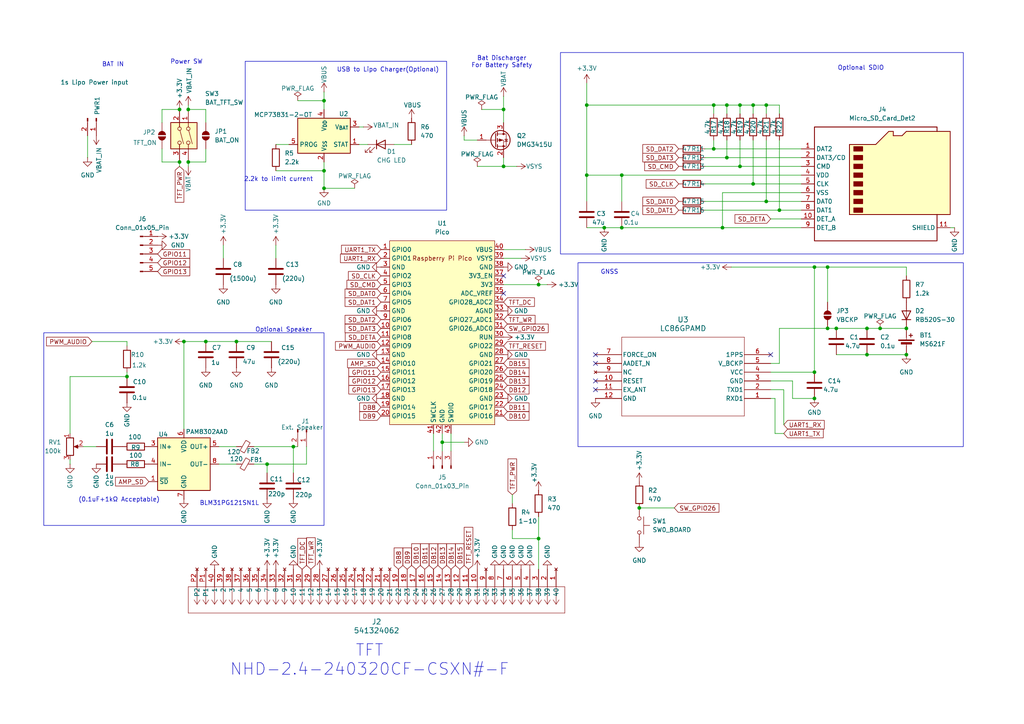
<source format=kicad_sch>
(kicad_sch (version 20231120) (generator "eeschema") (generator_version "8.0")
  (paper "A4")
  (title_block (title "Outdoor TFT kit") (date "2025-04-13") (rev "5.0") (comment 1 "Optional GPS, SD, Speaker, Lipo Charger") (comment 2 "Good for outdoor use with high brightness (800 nito)") (comment 3 "Newhaven NHD-2.4-240320CF-CSXN module.") (comment 4 "PONS for HPA v5 compatible"))
  (junction (at 146.05 31.75))
  (junction (at 185.42 147.32))
  (junction (at 218.44 30.48))
  (junction (at 59.69 99.06))
  (junction (at 262.89 95.25))
  (junction (at 236.22 115.57))
  (junction (at 207.01 30.48))
  (junction (at 54.61 31.75))
  (junction (at 93.98 49.53))
  (junction (at 170.18 30.48))
  (junction (at 54.61 46.99))
  (junction (at 53.34 99.06))
  (junction (at 93.98 54.61))
  (junction (at 85.09 129.54))
  (junction (at 251.46 95.25))
  (junction (at 36.83 109.22))
  (junction (at 93.98 29.21))
  (junction (at 77.47 134.62))
  (junction (at 52.07 31.75))
  (junction (at 146.05 48.26))
  (junction (at 175.26 66.04))
  (junction (at 128.27 128.27))
  (junction (at 251.46 102.87))
  (junction (at 210.82 30.48))
  (junction (at 68.58 99.06))
  (junction (at 222.25 58.42))
  (junction (at 218.44 53.34))
  (junction (at 222.25 30.48))
  (junction (at 255.27 95.25))
  (junction (at 209.55 66.04))
  (junction (at 242.57 95.25))
  (junction (at 52.07 46.99))
  (junction (at 226.06 60.96))
  (junction (at 240.03 95.25))
  (junction (at 156.21 82.55))
  (junction (at 240.03 77.47))
  (junction (at 207.01 43.18))
  (junction (at 180.34 66.04))
  (junction (at 156.21 156.21))
  (junction (at 180.34 50.8))
  (junction (at 170.18 50.8))
  (junction (at 214.63 30.48))
  (junction (at 214.63 48.26))
  (junction (at 262.89 102.87))
  (junction (at 236.22 107.95))
  (junction (at 236.22 77.47))
  (junction (at 210.82 45.72))
  (no_connect (at 172.72 113.03))
  (no_connect (at 146.05 80.01))
  (no_connect (at 172.72 105.41))
  (no_connect (at 223.52 102.87))
  (no_connect (at 172.72 102.87))
  (no_connect (at 146.05 85.09))
  (no_connect (at 172.72 110.49))
  (wire (pts (xy 52.07 31.75) (xy 46.99 31.75)))
  (wire (pts (xy 222.25 40.64) (xy 222.25 58.42)))
  (wire (pts (xy 104.14 36.83) (xy 105.41 36.83)))
  (wire (pts (xy 229.87 110.49) (xy 229.87 115.57)))
  (wire (pts (xy 226.06 60.96) (xy 232.41 60.96)))
  (wire (pts (xy 59.69 35.56) (xy 59.69 31.75)))
  (wire (pts (xy 240.03 77.47) (xy 262.89 77.47)))
  (wire (pts (xy 229.87 115.57) (xy 236.22 115.57)))
  (wire (pts (xy 128.27 125.73) (xy 128.27 128.27)))
  (wire (pts (xy 204.47 58.42) (xy 222.25 58.42)))
  (wire (pts (xy 63.5 134.62) (xy 68.58 134.62)))
  (wire (pts (xy 59.69 99.06) (xy 68.58 99.06)))
  (wire (pts (xy 227.33 113.03) (xy 227.33 123.19)))
  (wire (pts (xy 175.26 66.04) (xy 180.34 66.04)))
  (wire (pts (xy 54.61 46.99) (xy 54.61 48.26)))
  (wire (pts (xy 146.05 48.26) (xy 149.86 48.26)))
  (wire (pts (xy 180.34 66.04) (xy 209.55 66.04)))
  (wire (pts (xy 36.83 107.95) (xy 36.83 109.22)))
  (wire (pts (xy 125.73 125.73) (xy 125.73 130.81)))
  (wire (pts (xy 73.66 129.54) (xy 85.09 129.54)))
  (wire (pts (xy 77.47 134.62) (xy 77.47 137.16)))
  (wire (pts (xy 170.18 30.48) (xy 207.01 30.48)))
  (wire (pts (xy 139.7 31.75) (xy 146.05 31.75)))
  (wire (pts (xy 156.21 149.86) (xy 156.21 156.21)))
  (wire (pts (xy 218.44 30.48) (xy 222.25 30.48)))
  (wire (pts (xy 242.57 102.87) (xy 251.46 102.87)))
  (wire (pts (xy 240.03 77.47) (xy 240.03 87.63)))
  (wire (pts (xy 77.47 134.62) (xy 88.9 134.62)))
  (wire (pts (xy 240.03 95.25) (xy 242.57 95.25)))
  (wire (pts (xy 226.06 40.64) (xy 226.06 60.96)))
  (wire (pts (xy 180.34 50.8) (xy 180.34 58.42)))
  (wire (pts (xy 251.46 102.87) (xy 262.89 102.87)))
  (wire (pts (xy 204.47 48.26) (xy 214.63 48.26)))
  (wire (pts (xy 223.52 113.03) (xy 227.33 113.03)))
  (wire (pts (xy 46.99 35.56) (xy 46.99 31.75)))
  (wire (pts (xy 210.82 30.48) (xy 214.63 30.48)))
  (wire (pts (xy 156.21 82.55) (xy 158.75 82.55)))
  (wire (pts (xy 93.98 26.67) (xy 93.98 29.21)))
  (wire (pts (xy 242.57 95.25) (xy 251.46 95.25)))
  (wire (pts (xy 73.66 134.62) (xy 77.47 134.62)))
  (wire (pts (xy 46.99 43.18) (xy 46.99 46.99)))
  (wire (pts (xy 222.25 30.48) (xy 226.06 30.48)))
  (wire (pts (xy 86.36 29.21) (xy 93.98 29.21)))
  (wire (pts (xy 104.14 41.91) (xy 106.68 41.91)))
  (wire (pts (xy 26.67 99.06) (xy 36.83 99.06)))
  (wire (pts (xy 226.06 95.25) (xy 226.06 105.41)))
  (wire (pts (xy 210.82 45.72) (xy 232.41 45.72)))
  (wire (pts (xy 59.69 43.18) (xy 59.69 46.99)))
  (wire (pts (xy 80.01 49.53) (xy 93.98 49.53)))
  (wire (pts (xy 128.27 128.27) (xy 128.27 130.81)))
  (wire (pts (xy 204.47 60.96) (xy 226.06 60.96)))
  (wire (pts (xy 236.22 77.47) (xy 240.03 77.47)))
  (wire (pts (xy 224.79 125.73) (xy 227.33 125.73)))
  (wire (pts (xy 218.44 53.34) (xy 232.41 53.34)))
  (wire (pts (xy 146.05 27.94) (xy 146.05 31.75)))
  (wire (pts (xy 224.79 115.57) (xy 224.79 125.73)))
  (wire (pts (xy 54.61 30.48) (xy 54.61 31.75)))
  (wire (pts (xy 236.22 77.47) (xy 236.22 107.95)))
  (wire (pts (xy 222.25 58.42) (xy 232.41 58.42)))
  (wire (pts (xy 210.82 40.64) (xy 210.82 45.72)))
  (wire (pts (xy 148.59 143.51) (xy 148.59 146.05)))
  (wire (pts (xy 146.05 31.75) (xy 146.05 35.56)))
  (wire (pts (xy 146.05 74.93) (xy 151.13 74.93)))
  (wire (pts (xy 251.46 95.25) (xy 255.27 95.25)))
  (wire (pts (xy 52.07 46.99) (xy 46.99 46.99)))
  (wire (pts (xy 54.61 46.99) (xy 59.69 46.99)))
  (wire (pts (xy 25.4 39.37) (xy 25.4 45.72)))
  (wire (pts (xy 204.47 45.72) (xy 210.82 45.72)))
  (wire (pts (xy 214.63 40.64) (xy 214.63 48.26)))
  (wire (pts (xy 93.98 49.53) (xy 93.98 54.61)))
  (wire (pts (xy 64.77 71.12) (xy 64.77 74.93)))
  (wire (pts (xy 275.59 66.04) (xy 276.86 66.04)))
  (wire (pts (xy 148.59 153.67) (xy 148.59 156.21)))
  (wire (pts (xy 210.82 30.48) (xy 210.82 33.02)))
  (wire (pts (xy 214.63 48.26) (xy 232.41 48.26)))
  (wire (pts (xy 226.06 105.41) (xy 223.52 105.41)))
  (wire (pts (xy 209.55 55.88) (xy 209.55 66.04)))
  (wire (pts (xy 170.18 66.04) (xy 175.26 66.04)))
  (wire (pts (xy 209.55 55.88) (xy 232.41 55.88)))
  (wire (pts (xy 134.62 40.64) (xy 138.43 40.64)))
  (wire (pts (xy 146.05 72.39) (xy 152.4 72.39)))
  (wire (pts (xy 93.98 49.53) (xy 93.98 46.99)))
  (wire (pts (xy 134.62 39.37) (xy 134.62 40.64)))
  (wire (pts (xy 214.63 30.48) (xy 214.63 33.02)))
  (wire (pts (xy 88.9 129.54) (xy 88.9 134.62)))
  (wire (pts (xy 170.18 50.8) (xy 170.18 58.42)))
  (wire (pts (xy 218.44 30.48) (xy 218.44 33.02)))
  (wire (pts (xy 223.52 107.95) (xy 236.22 107.95)))
  (wire (pts (xy 20.32 109.22) (xy 20.32 125.73)))
  (wire (pts (xy 180.34 50.8) (xy 232.41 50.8)))
  (wire (pts (xy 223.52 63.5) (xy 232.41 63.5)))
  (wire (pts (xy 223.52 110.49) (xy 229.87 110.49)))
  (wire (pts (xy 138.43 48.26) (xy 146.05 48.26)))
  (wire (pts (xy 207.01 43.18) (xy 232.41 43.18)))
  (wire (pts (xy 148.59 156.21) (xy 156.21 156.21)))
  (wire (pts (xy 53.34 99.06) (xy 59.69 99.06)))
  (wire (pts (xy 255.27 95.25) (xy 262.89 95.25)))
  (wire (pts (xy 223.52 115.57) (xy 224.79 115.57)))
  (wire (pts (xy 226.06 30.48) (xy 226.06 33.02)))
  (wire (pts (xy 146.05 82.55) (xy 156.21 82.55)))
  (wire (pts (xy 212.09 77.47) (xy 236.22 77.47)))
  (wire (pts (xy 85.09 129.54) (xy 86.36 129.54)))
  (wire (pts (xy 68.58 99.06) (xy 78.74 99.06)))
  (wire (pts (xy 36.83 99.06) (xy 36.83 100.33)))
  (wire (pts (xy 63.5 129.54) (xy 68.58 129.54)))
  (wire (pts (xy 93.98 54.61) (xy 102.87 54.61)))
  (wire (pts (xy 93.98 29.21) (xy 93.98 31.75)))
  (wire (pts (xy 218.44 40.64) (xy 218.44 53.34)))
  (wire (pts (xy 214.63 30.48) (xy 218.44 30.48)))
  (wire (pts (xy 170.18 50.8) (xy 180.34 50.8)))
  (wire (pts (xy 146.05 45.72) (xy 146.05 48.26)))
  (wire (pts (xy 262.89 80.01) (xy 262.89 77.47)))
  (wire (pts (xy 20.32 109.22) (xy 36.83 109.22)))
  (wire (pts (xy 24.13 129.54) (xy 27.94 129.54)))
  (wire (pts (xy 240.03 95.25) (xy 226.06 95.25)))
  (wire (pts (xy 209.55 66.04) (xy 232.41 66.04)))
  (wire (pts (xy 170.18 30.48) (xy 170.18 50.8)))
  (wire (pts (xy 85.09 129.54) (xy 85.09 137.16)))
  (wire (pts (xy 207.01 30.48) (xy 210.82 30.48)))
  (wire (pts (xy 53.34 99.06) (xy 53.34 124.46)))
  (wire (pts (xy 185.42 147.32) (xy 195.58 147.32)))
  (wire (pts (xy 52.07 46.99) (xy 52.07 48.26)))
  (wire (pts (xy 207.01 30.48) (xy 207.01 33.02)))
  (wire (pts (xy 156.21 156.21) (xy 156.21 165.1)))
  (wire (pts (xy 130.81 125.73) (xy 130.81 130.81)))
  (wire (pts (xy 20.32 133.35) (xy 20.32 134.62)))
  (wire (pts (xy 204.47 43.18) (xy 207.01 43.18)))
  (wire (pts (xy 204.47 53.34) (xy 218.44 53.34)))
  (wire (pts (xy 222.25 30.48) (xy 222.25 33.02)))
  (wire (pts (xy 80.01 71.12) (xy 80.01 74.93)))
  (wire (pts (xy 80.01 41.91) (xy 83.82 41.91)))
  (wire (pts (xy 128.27 128.27) (xy 134.62 128.27)))
  (wire (pts (xy 54.61 31.75) (xy 59.69 31.75)))
  (wire (pts (xy 207.01 40.64) (xy 207.01 43.18)))
  (wire (pts (xy 114.3 41.91) (xy 119.38 41.91)))
  (wire (pts (xy 170.18 24.13) (xy 170.18 30.48)))
  (rectangle (start 167.64 76.2) (end 279.4 129.54))
  (rectangle (start 71.12 17.78) (end 129.54 60.96))
  (rectangle (start 12.7 96.52) (end 93.98 152.4))
  (rectangle (start 162.56 15.24) (end 279.4 73.66))
  (text "Optional SDIO" (at 249.682 19.812 0) (effects (font (size 1.27 1.27))))
  (text "GNSS" (at 176.784 78.994 0) (effects (font (size 1.27 1.27))))
  (text "USB to Lipo Charger(Optional)" (at 112.522 20.32 0) (effects (font (size 1.27 1.27))))
  (text "Bat Discharger\nFor Battery Safety" (at 145.542 18.034 0) (effects (font (size 1.27 1.27))))
  (text "BAT IN" (at 32.766 18.796 0) (effects (font (size 1.27 1.27))))
  (text "Optional Speaker" (at 82.296 95.758 0) (effects (font (size 1.27 1.27))))
  (text "BLM31PG121SN1L\n" (at 66.548 146.05 0) (effects (font (size 1.27 1.27))))
  (text "Power SW" (at 54.102 18.034 0) (effects (font (size 1.27 1.27))))
  (text "(0.1uF+1kΩ Acceptable)" (at 34.544 145.034 0) (effects (font (size 1.27 1.27))))
  (text "TFT\nNHD-2.4-240320CF-CSXN#-F" (at 107.188 191.516 0) (effects (font (size 3.4 3.4))))
  (text "2.2k to limit current\n" (at 80.772 52.07 0) (effects (font (size 1.27 1.27))))
  (global_label "DB11" (shape input) (at 146.05 118.11 0) (property "Intersheetrefs" "${INTERSHEET_REFS}" (effects (hide yes))))
  (global_label "DB8" (shape input) (at 110.49 118.11 180) (property "Intersheetrefs" "${INTERSHEET_REFS}" (effects (hide yes))))
  (global_label "TFT_WR" (shape input) (at 90.17 165.1 90) (property "Intersheetrefs" "${INTERSHEET_REFS}" (effects (hide yes))))
  (global_label "SD_DAT2" (shape input) (at 196.85 43.18 180) (property "Intersheetrefs" "${INTERSHEET_REFS}" (effects (hide yes))))
  (global_label "DB12" (shape input) (at 146.05 113.03 0) (property "Intersheetrefs" "${INTERSHEET_REFS}" (effects (hide yes))))
  (global_label "SD_CMD" (shape input) (at 110.49 82.55 180) (property "Intersheetrefs" "${INTERSHEET_REFS}" (effects (hide yes))))
  (global_label "SW_GPIO26" (shape input) (at 146.05 95.25 0) (property "Intersheetrefs" "${INTERSHEET_REFS}" (effects (hide yes))))
  (global_label "TFT_PWR" (shape input) (at 148.59 143.51 90) (property "Intersheetrefs" "${INTERSHEET_REFS}" (effects (hide yes))))
  (global_label "DB13" (shape input) (at 146.05 110.49 0) (property "Intersheetrefs" "${INTERSHEET_REFS}" (effects (hide yes))))
  (global_label "AMP_SD" (shape input) (at 43.18 139.7 180) (property "Intersheetrefs" "${INTERSHEET_REFS}" (effects (hide yes))))
  (global_label "DB9" (shape input) (at 110.49 120.65 180) (property "Intersheetrefs" "${INTERSHEET_REFS}" (effects (hide yes))))
  (global_label "AMP_SD" (shape input) (at 110.49 105.41 180) (property "Intersheetrefs" "${INTERSHEET_REFS}" (effects (hide yes))))
  (global_label "DB15" (shape input) (at 133.35 165.1 90) (property "Intersheetrefs" "${INTERSHEET_REFS}" (effects (hide yes))))
  (global_label "DB15" (shape input) (at 146.05 105.41 0) (property "Intersheetrefs" "${INTERSHEET_REFS}" (effects (hide yes))))
  (global_label "GPIO13" (shape input) (at 110.49 113.03 180) (property "Intersheetrefs" "${INTERSHEET_REFS}" (effects (hide yes))))
  (global_label "TFT_DC" (shape input) (at 87.63 165.1 90) (property "Intersheetrefs" "${INTERSHEET_REFS}" (effects (hide yes))))
  (global_label "SD_DAT3" (shape input) (at 196.85 45.72 180) (property "Intersheetrefs" "${INTERSHEET_REFS}" (effects (hide yes))))
  (global_label "DB13" (shape input) (at 128.27 165.1 90) (property "Intersheetrefs" "${INTERSHEET_REFS}" (effects (hide yes))))
  (global_label "TFT_WR" (shape input) (at 146.05 92.71 0) (property "Intersheetrefs" "${INTERSHEET_REFS}" (effects (hide yes))))
  (global_label "SD_DETA" (shape input) (at 110.49 97.79 180) (property "Intersheetrefs" "${INTERSHEET_REFS}" (effects (hide yes))))
  (global_label "TFT_RESET" (shape input) (at 135.89 165.1 90) (property "Intersheetrefs" "${INTERSHEET_REFS}" (effects (hide yes))))
  (global_label "SD_DETA" (shape input) (at 223.52 63.5 180) (property "Intersheetrefs" "${INTERSHEET_REFS}" (effects (hide yes))))
  (global_label "UART1_TX" (shape input) (at 110.49 72.39 180) (property "Intersheetrefs" "${INTERSHEET_REFS}" (effects (hide yes))))
  (global_label "DB11" (shape input) (at 123.19 165.1 90) (property "Intersheetrefs" "${INTERSHEET_REFS}" (effects (hide yes))))
  (global_label "DB10" (shape input) (at 120.65 165.1 90) (property "Intersheetrefs" "${INTERSHEET_REFS}" (effects (hide yes))))
  (global_label "DB14" (shape input) (at 146.05 107.95 0) (property "Intersheetrefs" "${INTERSHEET_REFS}" (effects (hide yes))))
  (global_label "SD_DAT2" (shape input) (at 110.49 92.71 180) (property "Intersheetrefs" "${INTERSHEET_REFS}" (effects (hide yes))))
  (global_label "DB12" (shape input) (at 125.73 165.1 90) (property "Intersheetrefs" "${INTERSHEET_REFS}" (effects (hide yes))))
  (global_label "DB10" (shape input) (at 146.05 120.65 0) (property "Intersheetrefs" "${INTERSHEET_REFS}" (effects (hide yes))))
  (global_label "SD_DAT1" (shape input) (at 110.49 87.63 180) (property "Intersheetrefs" "${INTERSHEET_REFS}" (effects (hide yes))))
  (global_label "TFT_DC" (shape input) (at 146.05 87.63 0) (property "Intersheetrefs" "${INTERSHEET_REFS}" (effects (hide yes))))
  (global_label "UART1_RX" (shape input) (at 110.49 74.93 180) (property "Intersheetrefs" "${INTERSHEET_REFS}" (effects (hide yes))))
  (global_label "SD_CMD" (shape input) (at 196.85 48.26 180) (property "Intersheetrefs" "${INTERSHEET_REFS}" (effects (hide yes))))
  (global_label "DB14" (shape input) (at 130.81 165.1 90) (property "Intersheetrefs" "${INTERSHEET_REFS}" (effects (hide yes))))
  (global_label "SD_DAT0" (shape input) (at 196.85 58.42 180) (property "Intersheetrefs" "${INTERSHEET_REFS}" (effects (hide yes))))
  (global_label "PWM_AUDIO" (shape input) (at 110.49 100.33 180) (property "Intersheetrefs" "${INTERSHEET_REFS}" (effects (hide yes))))
  (global_label "GPIO11" (shape input) (at 110.49 107.95 180) (property "Intersheetrefs" "${INTERSHEET_REFS}" (effects (hide yes))))
  (global_label "DB8" (shape input) (at 115.57 165.1 90) (property "Intersheetrefs" "${INTERSHEET_REFS}" (effects (hide yes))))
  (global_label "TFT_RESET" (shape input) (at 146.05 100.33 0) (property "Intersheetrefs" "${INTERSHEET_REFS}" (effects (hide yes))))
  (global_label "SD_DAT3" (shape input) (at 110.49 95.25 180) (property "Intersheetrefs" "${INTERSHEET_REFS}" (effects (hide yes))))
  (global_label "SD_CLK" (shape input) (at 196.85 53.34 180) (property "Intersheetrefs" "${INTERSHEET_REFS}" (effects (hide yes))))
  (global_label "GPIO11" (shape input) (at 45.72 73.66 0) (property "Intersheetrefs" "${INTERSHEET_REFS}" (effects (hide yes))))
  (global_label "PWM_AUDIO" (shape input) (at 26.67 99.06 180) (property "Intersheetrefs" "${INTERSHEET_REFS}" (effects (hide yes))))
  (global_label "SD_DAT1" (shape input) (at 196.85 60.96 180) (property "Intersheetrefs" "${INTERSHEET_REFS}" (effects (hide yes))))
  (global_label "SD_CLK" (shape input) (at 110.49 80.01 180) (property "Intersheetrefs" "${INTERSHEET_REFS}" (effects (hide yes))))
  (global_label "GPIO12" (shape input) (at 110.49 110.49 180) (property "Intersheetrefs" "${INTERSHEET_REFS}" (effects (hide yes))))
  (global_label "TFT_PWR" (shape input) (at 52.07 48.26 270) (property "Intersheetrefs" "${INTERSHEET_REFS}" (effects (hide yes))))
  (global_label "SD_DAT0" (shape input) (at 110.49 85.09 180) (property "Intersheetrefs" "${INTERSHEET_REFS}" (effects (hide yes))))
  (global_label "DB9" (shape input) (at 118.11 165.1 90) (property "Intersheetrefs" "${INTERSHEET_REFS}" (effects (hide yes))))
  (global_label "UART1_TX" (shape input) (at 227.33 125.73 0) (property "Intersheetrefs" "${INTERSHEET_REFS}" (effects (hide yes))))
  (global_label "GPIO13" (shape input) (at 45.72 78.74 0) (property "Intersheetrefs" "${INTERSHEET_REFS}" (effects (hide yes))))
  (global_label "UART1_RX" (shape input) (at 227.33 123.19 0) (property "Intersheetrefs" "${INTERSHEET_REFS}" (effects (hide yes))))
  (global_label "SW_GPIO26" (shape input) (at 195.58 147.32 0) (property "Intersheetrefs" "${INTERSHEET_REFS}" (effects (hide yes))))
  (global_label "GPIO12" (shape input) (at 45.72 76.2 0) (property "Intersheetrefs" "${INTERSHEET_REFS}" (effects (hide yes))))
  (symbol (lib_id "power:+3.3V") (at 53.34 99.06 90) (unit 1)
    (property "Reference" "#PWR056" (effects (hide yes)))
    (property "Value" "+3.3V" (at 47.244 99.06 90))
    (property "Description" "Power symbol creates a global label with name \"+3.3V\"" (effects (hide yes)))
  )
  (symbol (lib_id "Battery_Management:MCP73831-2-OT") (at 93.98 39.37 0) (unit 1)
    (property "Reference" "U2" (at 98.298 33.02 0) (effects (justify left)))
    (property "Value" "MCP73831-2-OT" (at 73.66 33.274 0) (effects (justify left)))
    (property "Footprint" "Package_TO_SOT_SMD:SOT-23-5" (effects (hide yes)))
    (property "Datasheet" "http://ww1.microchip.com/downloads/en/DeviceDoc/20001984g.pdf" (effects (hide yes)))
    (property "Description" "Single cell, Li-Ion/Li-Po charge management controller, 4.20V, Tri-State Status Output, in SOT23-5 package" (effects (hide yes)))
  )
  (symbol (lib_id "power:GND") (at 36.83 116.84 0) (unit 1)
    (property "Reference" "#PWR064" (effects (hide yes)))
    (property "Value" "GND" (at 36.83 121.92 90))
    (property "Description" "Power symbol creates a global label with name \"GND\" , ground" (effects (hide yes)))
  )
  (symbol (lib_id "Device:C") (at 180.34 62.23 0) (unit 1)
    (property "Reference" "C4" (at 182.88 61.976 0) (effects (justify left)))
    (property "Value" "0.1u" (at 180.848 64.516 0) (effects (justify left)))
    (property "Footprint" "Capacitor_SMD:C_0603_1608Metric_Pad1.08x0.95mm_HandSolder" (effects (hide yes)))
    (property "Description" "Unpolarized capacitor" (effects (hide yes)))
  )
  (symbol (lib_id "Connector:541324062_NHD") (at 161.29 165.1 270) (unit 1)
    (property "Reference" "J2" (at 109.22 180.34 90) (effects (font (size 1.524 1.524))))
    (property "Value" "541324062" (at 109.22 182.88 90) (effects (font (size 1.524 1.524))))
    (property "Footprint" "Connector_Molex:CON_541324062_MOL" (effects (hide yes)))
    (property "Datasheet" "541324062" (effects (hide yes)))
  )
  (symbol (lib_id "Device:R") (at 200.66 53.34 90) (unit 1)
    (property "Reference" "R14" (at 202.438 53.34 90))
    (property "Value" "47" (at 199.136 53.34 90))
    (property "Footprint" "Resistor_SMD:R_0603_1608Metric_Pad0.98x0.95mm_HandSolder" (effects (hide yes)))
    (property "Description" "Resistor" (effects (hide yes)))
  )
  (symbol (lib_id "power:VCC") (at 151.13 74.93 270) (unit 1)
    (property "Reference" "#PWR042" (effects (hide yes)))
    (property "Value" "VSYS" (at 156.21 74.93 90))
    (property "Description" "Power symbol creates a global label with name \"VCC\"" (effects (hide yes)))
  )
  (symbol (lib_id "power:GND") (at 236.22 115.57 0) (unit 1)
    (property "Reference" "#PWR050" (effects (hide yes)))
    (property "Value" "GND" (at 236.22 119.634 0))
    (property "Description" "Power symbol creates a global label with name \"GND\" , ground" (effects (hide yes)))
  )
  (symbol (lib_id "power:PWR_FLAG") (at 86.36 29.21 0) (unit 1)
    (property "Reference" "#FLG03" (effects (hide yes)))
    (property "Value" "PWR_FLAG" (at 86.36 25.654 0))
    (property "Description" "Special symbol for telling ERC where power comes from" (effects (hide yes)))
  )
  (symbol (lib_id "power:GND") (at 77.47 144.78 0) (unit 1)
    (property "Reference" "#PWR045" (effects (hide yes)))
    (property "Value" "GND" (at 77.47 149.86 90))
    (property "Description" "Power symbol creates a global label with name \"GND\" , ground" (effects (hide yes)))
  )
  (symbol (lib_id "Device:R") (at 222.25 36.83 180) (unit 1)
    (property "Reference" "R21" (at 222.25 36.83 90))
    (property "Value" "4.7k" (at 220.472 36.83 90))
    (property "Footprint" "Resistor_SMD:R_0603_1608Metric_Pad0.98x0.95mm_HandSolder" (effects (hide yes)))
    (property "Description" "Resistor" (effects (hide yes)))
  )
  (symbol (lib_id "power:GND") (at 25.4 45.72 0) (unit 1)
    (property "Reference" "#PWR03" (effects (hide yes)))
    (property "Value" "GND" (at 25.4 50.8 0))
    (property "Description" "Power symbol creates a global label with name \"GND\" , ground" (effects (hide yes)))
  )
  (symbol (lib_id "power:PWR_FLAG") (at 156.21 82.55 0) (unit 1)
    (property "Reference" "#FLG01" (effects (hide yes)))
    (property "Value" "PWR_FLAG" (at 156.21 78.994 0))
    (property "Description" "Special symbol for telling ERC where power comes from" (effects (hide yes)))
  )
  (symbol (lib_id "Connector:Conn_01x03_Pin") (at 128.27 135.89 90) (unit 1)
    (property "Reference" "J5" (at 128.27 138.43 90))
    (property "Value" "Conn_01x03_Pin" (at 128.27 140.97 90))
    (property "Footprint" "Connector_PinHeader_2.54mm:PinHeader_1x03_P2.54mm_Vertical" (effects (hide yes)))
    (property "Description" "Generic connector, single row, 01x03, script generated" (effects (hide yes)))
  )
  (symbol (lib_id "power:GND") (at 45.72 71.12 90) (unit 1)
    (property "Reference" "#PWR014" (effects (hide yes)))
    (property "Value" "GND" (at 49.53 71.1199 90) (effects (justify right)))
    (property "Description" "Power symbol creates a global label with name \"GND\" , ground" (effects (hide yes)))
  )
  (symbol (lib_id "Jumper:SolderJumper_2_Open") (at 59.69 39.37 270) (unit 1) (exclude_from_sim yes) (in_bom no)
    (property "Reference" "JP1" (at 62.23 38.0999 90) (effects (justify left)))
    (property "Value" "BAT_ON" (at 62.23 40.6399 90) (effects (justify left)))
    (property "Footprint" "Jumper:SolderJumper-2_P1.3mm_Open_RoundedPad1.0x1.5mm" (effects (hide yes)))
    (property "Description" "Solder Jumper, 2-pole, open" (effects (hide yes)))
  )
  (symbol (lib_id "power:+3.3V") (at 64.77 71.12 0) (unit 1)
    (property "Reference" "#PWR055" (effects (hide yes)))
    (property "Value" "+3.3V" (at 64.77 65.024 90))
    (property "Description" "Power symbol creates a global label with name \"+3.3V\"" (effects (hide yes)))
  )
  (symbol (lib_id "Device:R") (at 39.37 134.62 90) (unit 1)
    (property "Reference" "R8" (at 39.116 134.62 90))
    (property "Value" "100" (at 39.37 132.08 90))
    (property "Footprint" "Resistor_SMD:R_0603_1608Metric_Pad0.98x0.95mm_HandSolder" (effects (hide yes)))
    (property "Description" "Resistor" (effects (hide yes)))
  )
  (symbol (lib_id "power:GND") (at 62.23 165.1 180) (unit 1)
    (property "Reference" "#PWR020" (effects (hide yes)))
    (property "Value" "GND" (at 62.23 160.02 90))
    (property "Description" "Power symbol creates a global label with name \"GND\" , ground" (effects (hide yes)))
  )
  (symbol (lib_id "Device:C") (at 31.75 134.62 90) (unit 1)
    (property "Reference" "C5" (at 31.75 140.208 90))
    (property "Value" "1u" (at 31.75 138.176 90))
    (property "Footprint" "Capacitor_SMD:C_0603_1608Metric_Pad1.08x0.95mm_HandSolder" (effects (hide yes)))
    (property "Description" "Unpolarized capacitor" (effects (hide yes)))
  )
  (symbol (lib_id "power:+3.3V") (at 170.18 24.13 0) (unit 1)
    (property "Reference" "#PWR046" (effects (hide yes)))
    (property "Value" "+3.3V" (at 170.18 19.812 0))
    (property "Description" "Power symbol creates a global label with name \"+3.3V\"" (effects (hide yes)))
  )
  (symbol (lib_id "power:GND") (at 110.49 77.47 270) (unit 1)
    (property "Reference" "#PWR07" (effects (hide yes)))
    (property "Value" "GND" (at 105.41 77.47 90))
    (property "Description" "Power symbol creates a global label with name \"GND\" , ground" (effects (hide yes)))
  )
  (symbol (lib_id "Device:R") (at 210.82 36.83 180) (unit 1)
    (property "Reference" "R18" (at 210.82 36.83 90))
    (property "Value" "4.7k" (at 209.042 36.83 90))
    (property "Footprint" "Resistor_SMD:R_0603_1608Metric_Pad0.98x0.95mm_HandSolder" (effects (hide yes)))
    (property "Description" "Resistor" (effects (hide yes)))
  )
  (symbol (lib_id "MCU_RaspberryPi:Pico") (at 128.27 96.52 0) (unit 1)
    (property "Reference" "U1" (at 128.27 64.77 0))
    (property "Value" "Pico" (at 128.27 67.31 0))
    (property "Footprint" "Rasbery Pi Pico:RPi_Pico_SMD" (effects (hide yes)))
  )
  (symbol (lib_id "Device:R") (at 200.66 45.72 90) (unit 1)
    (property "Reference" "R12" (at 202.438 45.72 90))
    (property "Value" "47" (at 199.136 45.72 90))
    (property "Footprint" "Resistor_SMD:R_0603_1608Metric_Pad0.98x0.95mm_HandSolder" (effects (hide yes)))
    (property "Description" "Resistor" (effects (hide yes)))
  )
  (symbol (lib_id "Switch:SW_DIP_x02") (at 52.07 39.37 270) (unit 1)
    (property "Reference" "SW3" (at 59.436 27.178 90) (effects (justify left)))
    (property "Value" "BAT_TFT_SW" (at 59.436 29.718 90) (effects (justify left)))
    (property "Footprint" "Button_Switch_THT:SW_DIP_SPSTx02_Slide_9.78x7.26mm_W7.62mm_P2.54mm" (effects (hide yes)))
    (property "Description" "2x DIP Switch, Single Pole Single Throw (SPST) switch, small symbol" (effects (hide yes)))
  )
  (symbol (lib_id "power:GND") (at 158.75 165.1 180) (unit 1)
    (property "Reference" "#PWR05" (effects (hide yes)))
    (property "Value" "GND" (at 158.75 160.02 90))
    (property "Description" "Power symbol creates a global label with name \"GND\" , ground" (effects (hide yes)))
  )
  (symbol (lib_id "power:GND") (at 85.09 165.1 180) (unit 1)
    (property "Reference" "#PWR038" (effects (hide yes)))
    (property "Value" "GND" (at 85.09 160.02 90))
    (property "Description" "Power symbol creates a global label with name \"GND\" , ground" (effects (hide yes)))
  )
  (symbol (lib_id "Device:C") (at 85.09 140.97 0) (unit 1)
    (property "Reference" "C12" (at 86.106 139.192 0) (effects (justify left)))
    (property "Value" "220p" (at 85.598 143.51 0) (effects (justify left)))
    (property "Footprint" "Capacitor_SMD:C_0603_1608Metric_Pad1.08x0.95mm_HandSolder" (effects (hide yes)))
    (property "Description" "Unpolarized capacitor" (effects (hide yes)))
  )
  (symbol (lib_id "Device:R") (at 200.66 48.26 90) (unit 1)
    (property "Reference" "R13" (at 202.438 48.26 90))
    (property "Value" "47" (at 199.136 48.26 90))
    (property "Footprint" "Resistor_SMD:R_0603_1608Metric_Pad0.98x0.95mm_HandSolder" (effects (hide yes)))
    (property "Description" "Resistor" (effects (hide yes)))
  )
  (symbol (lib_id "RF_GPS:LC86GPAMD") (at 223.52 115.57 180) (unit 1)
    (property "Reference" "U3" (at 198.12 92.71 0) (effects (font (size 1.524 1.524))))
    (property "Value" "LC86GPAMD" (at 198.12 95.25 0) (effects (font (size 1.524 1.524))))
    (property "Footprint" "RF_GPS:L86_QWS" (effects (hide yes)))
    (property "Datasheet" "L86-M33" (effects (hide yes)))
  )
  (symbol (lib_id "Device:R") (at 200.66 58.42 90) (unit 1)
    (property "Reference" "R15" (at 202.438 58.42 90))
    (property "Value" "47" (at 199.136 58.42 90))
    (property "Footprint" "Resistor_SMD:R_0603_1608Metric_Pad0.98x0.95mm_HandSolder" (effects (hide yes)))
    (property "Description" "Resistor" (effects (hide yes)))
  )
  (symbol (lib_id "power:+3.3V") (at 158.75 82.55 270) (unit 1)
    (property "Reference" "#PWR028" (effects (hide yes)))
    (property "Value" "+3.3V" (at 164.846 82.55 90))
    (property "Description" "Power symbol creates a global label with name \"+3.3V\"" (effects (hide yes)))
  )
  (symbol (lib_id "power:GND") (at 172.72 115.57 0) (unit 1)
    (property "Reference" "#PWR052" (effects (hide yes)))
    (property "Value" "GND" (at 172.72 120.65 0))
    (property "Description" "Power symbol creates a global label with name \"GND\" , ground" (effects (hide yes)))
  )
  (symbol (lib_id "power:GND") (at 175.26 66.04 0) (unit 1)
    (property "Reference" "#PWR054" (effects (hide yes)))
    (property "Value" "GND" (at 175.26 71.12 90))
    (property "Description" "Power symbol creates a global label with name \"GND\" , ground" (effects (hide yes)))
  )
  (symbol (lib_id "Jumper:SolderJumper_2_Open") (at 240.03 91.44 270) (unit 1) (exclude_from_sim yes) (in_bom no)
    (property "Reference" "JP3" (at 242.57 90.1699 90) (effects (justify left)))
    (property "Value" "VBCKP" (at 242.57 92.7099 90) (effects (justify left)))
    (property "Footprint" "Jumper:SolderJumper-2_P1.3mm_Open_RoundedPad1.0x1.5mm" (effects (hide yes)))
    (property "Description" "Solder Jumper, 2-pole, open" (effects (hide yes)))
  )
  (symbol (lib_id "power:VCC") (at 93.98 26.67 0) (unit 1)
    (property "Reference" "#PWR021" (effects (hide yes)))
    (property "Value" "VBUS" (at 93.98 21.59 90))
    (property "Description" "Power symbol creates a global label with name \"VCC\"" (effects (hide yes)))
  )
  (symbol (lib_id "Connector:Conn_01x02_Pin") (at 88.9 124.46 270) (unit 1)
    (property "Reference" "J1" (at 87.376 122.174 90) (effects (justify left)))
    (property "Value" "Ext. Speaker" (at 81.534 123.952 90) (effects (justify left)))
    (property "Footprint" "Connector_JST:JST_XH_S2B-XH-A-1_1x02_P2.50mm_Horizontal" (effects (hide yes)))
    (property "Description" "Generic connector, single row, 01x02, script generated" (effects (hide yes)))
  )
  (symbol (lib_id "power:+3.3V") (at 138.43 165.1 0) (unit 1)
    (property "Reference" "#PWR036" (effects (hide yes)))
    (property "Value" "+3.3V" (at 138.43 159.004 90))
    (property "Description" "Power symbol creates a global label with name \"+3.3V\"" (effects (hide yes)))
  )
  (symbol (lib_id "power:GND") (at 64.77 82.55 0) (unit 1)
    (property "Reference" "#PWR051" (effects (hide yes)))
    (property "Value" "GND" (at 64.77 87.63 0))
    (property "Description" "Power symbol creates a global label with name \"GND\" , ground" (effects (hide yes)))
  )
  (symbol (lib_id "power:GND") (at 185.42 157.48 0) (unit 1)
    (property "Reference" "#PWR010" (effects (hide yes)))
    (property "Value" "GND" (at 185.42 162.56 0))
    (property "Description" "Power symbol creates a global label with name \"GND\" , ground" (effects (hide yes)))
  )
  (symbol (lib_id "Connector:Conn_01x02_Pin") (at 27.94 34.29 270) (unit 1)
    (property "Reference" "PWR1" (at 28.194 27.94 0) (effects (justify left)))
    (property "Value" "1s Lipo Power input" (at 17.526 23.876 90) (effects (justify left)))
    (property "Footprint" "Connector_JST:JST_PH_B2B-PH-K_1x02_P2.00mm_Vertical" (effects (hide yes)))
    (property "Description" "Generic connector, single row, 01x02, script generated" (effects (hide yes)))
  )
  (symbol (lib_id "power:GND") (at 85.09 144.78 0) (unit 1)
    (property "Reference" "#PWR048" (effects (hide yes)))
    (property "Value" "GND" (at 85.09 149.86 90))
    (property "Description" "Power symbol creates a global label with name \"GND\" , ground" (effects (hide yes)))
  )
  (symbol (lib_id "power:GND") (at 59.69 106.68 0) (unit 1)
    (property "Reference" "#PWR060" (effects (hide yes)))
    (property "Value" "GND" (at 59.69 111.76 0))
    (property "Description" "Power symbol creates a global label with name \"GND\" , ground" (effects (hide yes)))
  )
  (symbol (lib_id "power:GND") (at 110.49 90.17 270) (unit 1)
    (property "Reference" "#PWR08" (effects (hide yes)))
    (property "Value" "GND" (at 105.41 90.17 90))
    (property "Description" "Power symbol creates a global label with name \"GND\" , ground" (effects (hide yes)))
  )
  (symbol (lib_id "Device:R") (at 36.83 104.14 180) (unit 1)
    (property "Reference" "R10" (at 39.878 102.87 0))
    (property "Value" "1.2k" (at 40.386 105.918 0))
    (property "Footprint" "Resistor_SMD:R_0603_1608Metric_Pad0.98x0.95mm_HandSolder" (effects (hide yes)))
    (property "Description" "Resistor" (effects (hide yes)))
  )
  (symbol (lib_id "Device:R") (at 156.21 146.05 0) (unit 1)
    (property "Reference" "R3" (at 158.75 144.7799 0) (effects (justify left)))
    (property "Value" "470" (at 158.75 147.3199 0) (effects (justify left)))
    (property "Footprint" "Resistor_SMD:R_0603_1608Metric_Pad0.98x0.95mm_HandSolder" (effects (hide yes)))
    (property "Description" "Resistor" (effects (hide yes)))
  )
  (symbol (lib_id "power:PWR_FLAG") (at 139.7 31.75 0) (unit 1)
    (property "Reference" "#FLG04" (effects (hide yes)))
    (property "Value" "PWR_FLAG" (at 139.7 28.194 0))
    (property "Description" "Special symbol for telling ERC where power comes from" (effects (hide yes)))
  )
  (symbol (lib_id "power:GND") (at 134.62 128.27 90) (unit 1)
    (property "Reference" "#PWR026" (effects (hide yes)))
    (property "Value" "GND" (at 139.7 128.27 90))
    (property "Description" "Power symbol creates a global label with name \"GND\" , ground" (effects (hide yes)))
  )
  (symbol (lib_id "power:GND") (at 146.05 102.87 90) (unit 1)
    (property "Reference" "#PWR031" (effects (hide yes)))
    (property "Value" "GND" (at 151.13 102.87 90))
    (property "Description" "Power symbol creates a global label with name \"GND\" , ground" (effects (hide yes)))
  )
  (symbol (lib_id "Device:R") (at 226.06 36.83 180) (unit 1)
    (property "Reference" "R22" (at 226.06 36.83 90))
    (property "Value" "4.7k" (at 224.282 36.83 90))
    (property "Footprint" "Resistor_SMD:R_0603_1608Metric_Pad0.98x0.95mm_HandSolder" (effects (hide yes)))
    (property "Description" "Resistor" (effects (hide yes)))
  )
  (symbol (lib_id "power:+3.3V") (at 80.01 71.12 0) (unit 1)
    (property "Reference" "#PWR044" (effects (hide yes)))
    (property "Value" "+3.3V" (at 80.01 65.024 90))
    (property "Description" "Power symbol creates a global label with name \"+3.3V\"" (effects (hide yes)))
  )
  (symbol (lib_id "Device:R") (at 39.37 129.54 90) (unit 1)
    (property "Reference" "R9" (at 39.37 129.794 90))
    (property "Value" "100" (at 39.116 126.746 90))
    (property "Footprint" "Resistor_SMD:R_0603_1608Metric_Pad0.98x0.95mm_HandSolder" (effects (hide yes)))
    (property "Description" "Resistor" (effects (hide yes)))
  )
  (symbol (lib_id "power:GND") (at 110.49 115.57 270) (unit 1)
    (property "Reference" "#PWR012" (effects (hide yes)))
    (property "Value" "GND" (at 105.41 115.57 90))
    (property "Description" "Power symbol creates a global label with name \"GND\" , ground" (effects (hide yes)))
  )
  (symbol (lib_id "Device:C") (at 59.69 102.87 0) (unit 1)
    (property "Reference" "C7" (at 61.468 100.838 0) (effects (justify left)))
    (property "Value" "1u" (at 61.214 105.156 0) (effects (justify left)))
    (property "Footprint" "Capacitor_SMD:C_0603_1608Metric_Pad1.08x0.95mm_HandSolder" (effects (hide yes)))
    (property "Description" "Unpolarized capacitor" (effects (hide yes)))
  )
  (symbol (lib_id "Device:R") (at 80.01 45.72 0) (unit 1)
    (property "Reference" "R5" (at 82.55 44.4499 0) (effects (justify left)))
    (property "Value" "2.2k" (at 82.55 46.9899 0) (effects (justify left)))
    (property "Footprint" "Resistor_SMD:R_0603_1608Metric_Pad0.98x0.95mm_HandSolder" (effects (hide yes)))
    (property "Description" "Resistor" (effects (hide yes)))
  )
  (symbol (lib_id "power:+3.3V") (at 80.01 165.1 0) (unit 1)
    (property "Reference" "#PWR039" (effects (hide yes)))
    (property "Value" "+3.3V" (at 80.01 159.004 90))
    (property "Description" "Power symbol creates a global label with name \"+3.3V\"" (effects (hide yes)))
  )
  (symbol (lib_id "power:GND") (at 151.13 165.1 180) (unit 1)
    (property "Reference" "#PWR032" (effects (hide yes)))
    (property "Value" "GND" (at 151.13 160.02 90))
    (property "Description" "Power symbol creates a global label with name \"GND\" , ground" (effects (hide yes)))
  )
  (symbol (lib_id "Device:R_Potentiometer") (at 20.32 129.54 0) (unit 1)
    (property "Reference" "RV1" (at 17.78 128.2699 0) (effects (justify right)))
    (property "Value" "100k" (at 17.78 130.8099 0) (effects (justify right)))
    (property "Footprint" "Potentiometer_SMD:Potentiometer_PVZ3A" (effects (hide yes)))
    (property "Description" "Potentiometer" (effects (hide yes)))
  )
  (symbol (lib_id "Device:C") (at 78.74 102.87 0) (unit 1)
    (property "Reference" "C15" (at 81.534 100.838 0) (effects (justify left)))
    (property "Value" "(220u)" (at 80.518 104.902 0) (effects (justify left)))
    (property "Footprint" "Capacitor_SMD:C_1210_3225Metric_Pad1.33x2.70mm_HandSolder" (effects (hide yes)))
    (property "Description" "Unpolarized capacitor" (effects (hide yes)))
  )
  (symbol (lib_id "Device:C") (at 80.01 78.74 0) (unit 1)
    (property "Reference" "C13" (at 82.804 76.708 0) (effects (justify left)))
    (property "Value" "(220u)" (at 81.788 80.772 0) (effects (justify left)))
    (property "Footprint" "Capacitor_SMD:C_1210_3225Metric_Pad1.33x2.70mm_HandSolder" (effects (hide yes)))
    (property "Description" "Unpolarized capacitor" (effects (hide yes)))
  )
  (symbol (lib_id "power:PWR_FLAG") (at 255.27 95.25 0) (unit 1)
    (property "Reference" "#FLG06" (effects (hide yes)))
    (property "Value" "PWR_FLAG" (at 255.27 91.694 0))
    (property "Description" "Special symbol for telling ERC where power comes from" (effects (hide yes)))
  )
  (symbol (lib_id "power:GND") (at 153.67 165.1 180) (unit 1)
    (property "Reference" "#PWR019" (effects (hide yes)))
    (property "Value" "GND" (at 153.67 160.02 90))
    (property "Description" "Power symbol creates a global label with name \"GND\" , ground" (effects (hide yes)))
  )
  (symbol (lib_id "power:VCC") (at 134.62 39.37 0) (unit 1)
    (property "Reference" "#PWR016" (effects (hide yes)))
    (property "Value" "VBUS" (at 134.62 34.29 90))
    (property "Description" "Power symbol creates a global label with name \"VCC\"" (effects (hide yes)))
  )
  (symbol (lib_id "Device:R") (at 119.38 38.1 0) (unit 1)
    (property "Reference" "R6" (at 121.92 36.8299 0) (effects (justify left)))
    (property "Value" "470" (at 121.92 39.3699 0) (effects (justify left)))
    (property "Footprint" "Resistor_SMD:R_0603_1608Metric_Pad0.98x0.95mm_HandSolder" (effects (hide yes)))
    (property "Description" "Resistor" (effects (hide yes)))
  )
  (symbol (lib_id "power:GND") (at 146.05 165.1 180) (unit 1)
    (property "Reference" "#PWR034" (effects (hide yes)))
    (property "Value" "GND" (at 146.05 160.02 90))
    (property "Description" "Power symbol creates a global label with name \"GND\" , ground" (effects (hide yes)))
  )
  (symbol (lib_id "power:GND") (at 110.49 102.87 270) (unit 1)
    (property "Reference" "#PWR011" (effects (hide yes)))
    (property "Value" "GND" (at 105.41 102.87 90))
    (property "Description" "Power symbol creates a global label with name \"GND\" , ground" (effects (hide yes)))
  )
  (symbol (lib_id "power:GND") (at 78.74 106.68 0) (unit 1)
    (property "Reference" "#PWR061" (effects (hide yes)))
    (property "Value" "GND" (at 78.74 111.76 0))
    (property "Description" "Power symbol creates a global label with name \"GND\" , ground" (effects (hide yes)))
  )
  (symbol (lib_id "power:GND") (at 143.51 165.1 180) (unit 1)
    (property "Reference" "#PWR035" (effects (hide yes)))
    (property "Value" "GND" (at 143.51 160.02 90))
    (property "Description" "Power symbol creates a global label with name \"GND\" , ground" (effects (hide yes)))
  )
  (symbol (lib_id "power:GND") (at 20.32 134.62 0) (unit 1)
    (property "Reference" "#PWR063" (effects (hide yes)))
    (property "Value" "GND" (at 20.32 139.7 90))
    (property "Description" "Power symbol creates a global label with name \"GND\" , ground" (effects (hide yes)))
  )
  (symbol (lib_id "power:+3.3V") (at 185.42 139.7 0) (unit 1)
    (property "Reference" "#PWR09" (effects (hide yes)))
    (property "Value" "+3.3V" (at 185.42 133.604 90))
    (property "Description" "Power symbol creates a global label with name \"+3.3V\"" (effects (hide yes)))
  )
  (symbol (lib_id "Connector:Micro_SD_Card_Det2") (at 255.27 53.34 0) (unit 1)
    (property "Reference" "J4" (at 255.905 31.75 0))
    (property "Value" "Micro_SD_Card_Det2" (at 255.905 34.29 0))
    (property "Footprint" "Connector_Card:microSD_HC_Hirose_DM3AT-SF-PEJM5" (effects (hide yes)))
    (property "Datasheet" "https://www.hirose.com/en/product/document?clcode=&productname=&series=DM3&documenttype=Catalog&lang=en&documentid=D49662_en" (effects (hide yes)))
    (property "Description" "Micro SD Card Socket with two card detection pins" (effects (hide yes)))
  )
  (symbol (lib_id "power:+3.3V") (at 45.72 68.58 270) (unit 1)
    (property "Reference" "#PWR013" (effects (hide yes)))
    (property "Value" "+3.3V" (at 51.816 68.58 90))
    (property "Description" "Power symbol creates a global label with name \"+3.3V\"" (effects (hide yes)))
  )
  (symbol (lib_id "Connector:Conn_01x05_Pin") (at 40.64 73.66 0) (unit 1)
    (property "Reference" "J6" (at 41.275 63.5 0))
    (property "Value" "Conn_01x05_Pin" (at 41.275 66.04 0))
    (property "Footprint" "Connector_PinHeader_2.54mm:PinHeader_1x05_P2.54mm_Vertical" (effects (hide yes)))
    (property "Description" "Generic connector, single row, 01x05, script generated" (effects (hide yes)))
  )
  (symbol (lib_id "power:VCC") (at 54.61 30.48 0) (unit 1)
    (property "Reference" "#PWR01" (effects (hide yes)))
    (property "Value" "VBAT_IN" (at 54.864 23.368 90))
    (property "Description" "Power symbol creates a global label with name \"VCC\"" (effects (hide yes)))
  )
  (symbol (lib_id "power:VCC") (at 119.38 34.29 0) (unit 1)
    (property "Reference" "#PWR022" (effects (hide yes)))
    (property "Value" "VBUS" (at 119.634 30.48 0))
    (property "Description" "Power symbol creates a global label with name \"VCC\"" (effects (hide yes)))
  )
  (symbol (lib_id "Device:R") (at 218.44 36.83 180) (unit 1)
    (property "Reference" "R20" (at 218.44 36.83 90))
    (property "Value" "4.7k" (at 216.662 36.83 90))
    (property "Footprint" "Resistor_SMD:R_0603_1608Metric_Pad0.98x0.95mm_HandSolder" (effects (hide yes)))
    (property "Description" "Resistor" (effects (hide yes)))
  )
  (symbol (lib_id "power:VCC") (at 152.4 72.39 270) (unit 1)
    (property "Reference" "#PWR043" (effects (hide yes)))
    (property "Value" "VBUS" (at 157.48 72.39 90))
    (property "Description" "Power symbol creates a global label with name \"VCC\"" (effects (hide yes)))
  )
  (symbol (lib_id "Device:C") (at 31.75 129.54 90) (unit 1)
    (property "Reference" "C6" (at 31.75 123.19 90))
    (property "Value" "1u" (at 31.75 125.73 90))
    (property "Footprint" "Capacitor_SMD:C_0603_1608Metric_Pad1.08x0.95mm_HandSolder" (effects (hide yes)))
    (property "Description" "Unpolarized capacitor" (effects (hide yes)))
  )
  (symbol (lib_id "Amplifier_Audio:PAM8302AAD") (at 53.34 134.62 0) (unit 1)
    (property "Reference" "U4" (at 45.974 125.984 0) (effects (justify left)))
    (property "Value" "PAM8302AAD" (at 53.848 125.222 0) (effects (justify left)))
    (property "Footprint" "Package_SO:SO-8_3.9x4.9mm_P1.27mm" (effects (hide yes)))
    (property "Datasheet" "https://www.diodes.com/assets/Datasheets/PAM8302A.pdf" (effects (hide yes)))
    (property "Description" "2.5W Filterless Class-D Mono Audio Amplifier, SOIC-8" (effects (hide yes)))
  )
  (symbol (lib_id "power:GND") (at 146.05 77.47 90) (unit 1)
    (property "Reference" "#PWR023" (effects (hide yes)))
    (property "Value" "GND" (at 151.13 77.47 90))
    (property "Description" "Power symbol creates a global label with name \"GND\" , ground" (effects (hide yes)))
  )
  (symbol (lib_id "power:PWR_FLAG") (at 138.43 48.26 0) (unit 1)
    (property "Reference" "#FLG05" (effects (hide yes)))
    (property "Value" "PWR_FLAG" (at 138.43 44.704 0))
    (property "Description" "Special symbol for telling ERC where power comes from" (effects (hide yes)))
  )
  (symbol (lib_id "power:GND") (at 80.01 82.55 0) (unit 1)
    (property "Reference" "#PWR049" (effects (hide yes)))
    (property "Value" "GND" (at 80.01 87.63 0))
    (property "Description" "Power symbol creates a global label with name \"GND\" , ground" (effects (hide yes)))
  )
  (symbol (lib_id "Device:C") (at 251.46 99.06 0) (unit 1)
    (property "Reference" "C2" (at 255.27 97.7899 0) (effects (justify left)))
    (property "Value" "0.1u" (at 255.27 100.3299 0) (effects (justify left)))
    (property "Footprint" "Capacitor_SMD:C_0603_1608Metric_Pad1.08x0.95mm_HandSolder" (effects (hide yes)))
    (property "Description" "Unpolarized capacitor" (effects (hide yes)))
  )
  (symbol (lib_id "Device:FerriteBead_Small") (at 71.12 129.54 90) (unit 1)
    (property "Reference" "FB2" (at 73.406 130.81 90))
    (property "Value" "120" (at 67.818 131.064 90))
    (property "Footprint" "Inductor_SMD:L_1206_3216Metric_Pad1.22x1.90mm_HandSolder" (effects (hide yes)))
    (property "Description" "Ferrite bead, small symbol" (effects (hide yes)))
  )
  (symbol (lib_id "power:VCC") (at 54.61 48.26 180) (unit 1)
    (property "Reference" "#PWR02" (effects (hide yes)))
    (property "Value" "VBAT" (at 54.61 53.34 90))
    (property "Description" "Power symbol creates a global label with name \"VCC\"" (effects (hide yes)))
  )
  (symbol (lib_id "Device:R") (at 200.66 43.18 90) (unit 1)
    (property "Reference" "R11" (at 202.438 43.18 90))
    (property "Value" "47" (at 199.136 43.18 90))
    (property "Footprint" "Resistor_SMD:R_0603_1608Metric_Pad0.98x0.95mm_HandSolder" (effects (hide yes)))
    (property "Description" "Resistor" (effects (hide yes)))
  )
  (symbol (lib_id "power:VCC") (at 146.05 27.94 0) (unit 1)
    (property "Reference" "#PWR018" (effects (hide yes)))
    (property "Value" "VBAT" (at 146.05 22.86 90))
    (property "Description" "Power symbol creates a global label with name \"VCC\"" (effects (hide yes)))
  )
  (symbol (lib_id "Device:Battery_Cell") (at 262.89 100.33 0) (unit 1)
    (property "Reference" "BT1" (at 266.7 97.2184 0) (effects (justify left)))
    (property "Value" "MS621F" (at 266.7 99.7584 0) (effects (justify left)))
    (property "Footprint" "Battery:BatteryHolder_Seiko_MS621F" (effects (hide yes)))
    (property "Description" "Single-cell battery" (effects (hide yes)))
  )
  (symbol (lib_id "Device:R") (at 207.01 36.83 180) (unit 1)
    (property "Reference" "R17" (at 207.01 36.83 90))
    (property "Value" "4.7k" (at 205.232 36.83 90))
    (property "Footprint" "Resistor_SMD:R_0603_1608Metric_Pad0.98x0.95mm_HandSolder" (effects (hide yes)))
    (property "Description" "Resistor" (effects (hide yes)))
  )
  (symbol (lib_id "Device:LED") (at 110.49 41.91 0) (unit 1)
    (property "Reference" "D1" (at 113.538 43.942 0))
    (property "Value" "CHG LED" (at 113.538 46.482 0))
    (property "Footprint" "LED_SMD:LED_0603_1608Metric_Pad1.05x0.95mm_HandSolder" (effects (hide yes)))
    (property "Description" "Light emitting diode" (effects (hide yes)))
  )
  (symbol (lib_id "power:GND") (at 146.05 115.57 90) (unit 1)
    (property "Reference" "#PWR041" (effects (hide yes)))
    (property "Value" "GND" (at 151.13 115.57 90))
    (property "Description" "Power symbol creates a global label with name \"GND\" , ground" (effects (hide yes)))
  )
  (symbol (lib_id "power:VCC") (at 105.41 36.83 270) (unit 1)
    (property "Reference" "#PWR024" (effects (hide yes)))
    (property "Value" "VBAT_IN" (at 112.014 36.322 90))
    (property "Description" "Power symbol creates a global label with name \"VCC\"" (effects (hide yes)))
  )
  (symbol (lib_id "Device:FerriteBead_Small") (at 71.12 134.62 90) (unit 1)
    (property "Reference" "FB1" (at 74.422 133.35 90))
    (property "Value" "120" (at 68.58 133.096 90))
    (property "Footprint" "Inductor_SMD:L_1206_3216Metric_Pad1.22x1.90mm_HandSolder" (effects (hide yes)))
    (property "Description" "Ferrite bead, small symbol" (effects (hide yes)))
  )
  (symbol (lib_id "power:+3.3V") (at 52.07 31.75 0) (unit 1)
    (property "Reference" "#PWR015" (effects (hide yes)))
    (property "Value" "+3.3V" (at 52.07 25.654 90))
    (property "Description" "Power symbol creates a global label with name \"+3.3V\"" (effects (hide yes)))
  )
  (symbol (lib_id "Jumper:SolderJumper_2_Open") (at 46.99 39.37 90) (unit 1) (exclude_from_sim yes) (in_bom no)
    (property "Reference" "JP2" (at 41.402 38.354 90) (effects (justify right)))
    (property "Value" "TFT_ON" (at 38.608 41.402 90) (effects (justify right)))
    (property "Footprint" "Jumper:SolderJumper-2_P1.3mm_Open_RoundedPad1.0x1.5mm" (effects (hide yes)))
    (property "Description" "Solder Jumper, 2-pole, open" (effects (hide yes)))
  )
  (symbol (lib_id "power:+3.3V") (at 77.47 165.1 0) (unit 1)
    (property "Reference" "#PWR040" (effects (hide yes)))
    (property "Value" "+3.3V" (at 77.47 159.004 90))
    (property "Description" "Power symbol creates a global label with name \"+3.3V\"" (effects (hide yes)))
  )
  (symbol (lib_id "power:VCC") (at 149.86 48.26 270) (unit 1)
    (property "Reference" "#PWR017" (effects (hide yes)))
    (property "Value" "VSYS" (at 154.94 48.26 90))
    (property "Description" "Power symbol creates a global label with name \"VCC\"" (effects (hide yes)))
  )
  (symbol (lib_id "Device:C") (at 242.57 99.06 0) (unit 1)
    (property "Reference" "C1" (at 246.38 97.7899 0) (effects (justify left)))
    (property "Value" "4.7u" (at 245.11 100.33 0) (effects (justify left)))
    (property "Footprint" "Capacitor_SMD:C_0603_1608Metric_Pad1.08x0.95mm_HandSolder" (effects (hide yes)))
    (property "Description" "Unpolarized capacitor" (effects (hide yes)))
  )
  (symbol (lib_id "power:+3.3V") (at 92.71 165.1 0) (unit 1)
    (property "Reference" "#PWR037" (effects (hide yes)))
    (property "Value" "+3.3V" (at 92.71 159.004 90))
    (property "Description" "Power symbol creates a global label with name \"+3.3V\"" (effects (hide yes)))
  )
  (symbol (lib_id "Device:C") (at 170.18 62.23 0) (unit 1)
    (property "Reference" "C3" (at 172.974 61.976 0) (effects (justify left)))
    (property "Value" "47u" (at 171.704 64.5161 0) (effects (justify left)))
    (property "Footprint" "Capacitor_SMD:C_0603_1608Metric_Pad1.08x0.95mm_HandSolder" (effects (hide yes)))
    (property "Description" "Unpolarized capacitor" (effects (hide yes)))
  )
  (symbol (lib_id "power:VCC") (at 27.94 39.37 180) (unit 1)
    (property "Reference" "#PWR04" (effects (hide yes)))
    (property "Value" "VBAT_IN" (at 28.702 46.482 90))
    (property "Description" "Power symbol creates a global label with name \"VCC\"" (effects (hide yes)))
  )
  (symbol (lib_id "Transistor_FET:DMG3415U") (at 143.51 40.64 0) (unit 1)
    (property "Reference" "Q2" (at 149.86 39.3699 0) (effects (justify left)))
    (property "Value" "DMG3415U" (at 149.86 41.9099 0) (effects (justify left)))
    (property "Footprint" "Package_TO_SOT_SMD:SOT-23" (effects (hide yes)))
    (property "Datasheet" "https://akizukidenshi.com/goodsaffix/DMG3415U.pdf" (effects (hide yes)))
    (property "Description" "-4A Id, -20V Vds, P-Channel MOSFET, SOT-23" (effects (hide yes)))
  )
  (symbol (lib_id "Device:R") (at 200.66 60.96 90) (unit 1)
    (property "Reference" "R16" (at 202.438 60.96 90))
    (property "Value" "47" (at 199.136 60.96 90))
    (property "Footprint" "Resistor_SMD:R_0603_1608Metric_Pad0.98x0.95mm_HandSolder" (effects (hide yes)))
    (property "Description" "Resistor" (effects (hide yes)))
  )
  (symbol (lib_id "power:GND") (at 262.89 102.87 0) (unit 1)
    (property "Reference" "#PWR053" (effects (hide yes)))
    (property "Value" "GND" (at 262.89 107.95 0))
    (property "Description" "Power symbol creates a global label with name \"GND\" , ground" (effects (hide yes)))
  )
  (symbol (lib_id "power:GND") (at 146.05 90.17 90) (unit 1)
    (property "Reference" "#PWR029" (effects (hide yes)))
    (property "Value" "GND" (at 151.13 90.17 90))
    (property "Description" "Power symbol creates a global label with name \"GND\" , ground" (effects (hide yes)))
  )
  (symbol (lib_id "Device:C") (at 64.77 78.74 0) (unit 1)
    (property "Reference" "C8" (at 67.564 76.708 0) (effects (justify left)))
    (property "Value" "(1500u)" (at 66.548 80.772 0) (effects (justify left)))
    (property "Footprint" "Capacitor_SMD:CP_Elec_10x10.5" (effects (hide yes)))
    (property "Description" "Unpolarized capacitor" (effects (hide yes)))
  )
  (symbol (lib_id "Device:C") (at 236.22 111.76 0) (unit 1)
    (property "Reference" "C14" (at 240.03 110.4899 0) (effects (justify left)))
    (property "Value" "4.7u" (at 238.76 113.03 0) (effects (justify left)))
    (property "Footprint" "Capacitor_SMD:C_0603_1608Metric_Pad1.08x0.95mm_HandSolder" (effects (hide yes)))
    (property "Description" "Unpolarized capacitor" (effects (hide yes)))
  )
  (symbol (lib_id "power:GND") (at 68.58 106.68 0) (unit 1)
    (property "Reference" "#PWR059" (effects (hide yes)))
    (property "Value" "GND" (at 68.58 111.76 0))
    (property "Description" "Power symbol creates a global label with name \"GND\" , ground" (effects (hide yes)))
  )
  (symbol (lib_id "power:GND") (at 93.98 54.61 0) (unit 1)
    (property "Reference" "#PWR025" (effects (hide yes)))
    (property "Value" "GND" (at 93.98 58.928 0))
    (property "Description" "Power symbol creates a global label with name \"GND\" , ground" (effects (hide yes)))
  )
  (symbol (lib_id "Device:C") (at 68.58 102.87 0) (unit 1)
    (property "Reference" "C9" (at 71.374 100.838 0) (effects (justify left)))
    (property "Value" "47u" (at 70.358 104.902 0) (effects (justify left)))
    (property "Footprint" "Capacitor_SMD:C_0603_1608Metric_Pad1.08x0.95mm_HandSolder" (effects (hide yes)))
    (property "Description" "Unpolarized capacitor" (effects (hide yes)))
  )
  (symbol (lib_id "power:GND") (at 27.94 134.62 0) (unit 1)
    (property "Reference" "#PWR058" (effects (hide yes)))
    (property "Value" "GND" (at 27.94 139.7 90))
    (property "Description" "Power symbol creates a global label with name \"GND\" , ground" (effects (hide yes)))
  )
  (symbol (lib_id "Device:R") (at 262.89 83.82 180) (unit 1)
    (property "Reference" "R7" (at 265.43 82.5499 0) (effects (justify right)))
    (property "Value" "1.2k" (at 265.43 85.0899 0) (effects (justify right)))
    (property "Footprint" "Resistor_SMD:R_0603_1608Metric_Pad0.98x0.95mm_HandSolder" (effects (hide yes)))
    (property "Description" "Resistor" (effects (hide yes)))
  )
  (symbol (lib_id "power:GND") (at 276.86 66.04 0) (unit 1)
    (property "Reference" "#PWR047" (effects (hide yes)))
    (property "Value" "GND" (at 276.86 71.12 90))
    (property "Description" "Power symbol creates a global label with name \"GND\" , ground" (effects (hide yes)))
  )
  (symbol (lib_id "power:+3.3V") (at 212.09 77.47 90) (unit 1)
    (property "Reference" "#PWR027" (effects (hide yes)))
    (property "Value" "+3.3V" (at 205.994 77.47 90))
    (property "Description" "Power symbol creates a global label with name \"+3.3V\"" (effects (hide yes)))
  )
  (symbol (lib_id "power:PWR_FLAG") (at 102.87 54.61 0) (unit 1)
    (property "Reference" "#FLG02" (effects (hide yes)))
    (property "Value" "PWR_FLAG" (at 102.87 51.054 0))
    (property "Description" "Special symbol for telling ERC where power comes from" (effects (hide yes)))
  )
  (symbol (lib_id "power:+3.3V") (at 156.21 142.24 0) (unit 1)
    (property "Reference" "#PWR06" (effects (hide yes)))
    (property "Value" "+3.3V" (at 154.94 137.16 90))
    (property "Description" "Power symbol creates a global label with name \"+3.3V\"" (effects (hide yes)))
  )
  (symbol (lib_id "Switch:SW_Push") (at 185.42 152.4 270) (unit 1)
    (property "Reference" "SW1" (at 189.23 151.1299 90) (effects (justify left)))
    (property "Value" "SW0_BOARD" (at 189.23 153.6699 90) (effects (justify left)))
    (property "Footprint" "Button_Switch_THT:SW_PUSH_6mm_H9.5mm" (effects (hide yes)))
    (property "Description" "Push button switch, generic, two pins" (effects (hide yes)))
  )
  (symbol (lib_id "Device:R") (at 214.63 36.83 180) (unit 1)
    (property "Reference" "R19" (at 214.63 36.83 90))
    (property "Value" "4.7k" (at 212.852 36.83 90))
    (property "Footprint" "Resistor_SMD:R_0603_1608Metric_Pad0.98x0.95mm_HandSolder" (effects (hide yes)))
    (property "Description" "Resistor" (effects (hide yes)))
  )
  (symbol (lib_id "power:+3.3V") (at 146.05 97.79 270) (unit 1)
    (property "Reference" "#PWR030" (effects (hide yes)))
    (property "Value" "+3.3V" (at 152.146 97.79 90))
    (property "Description" "Power symbol creates a global label with name \"+3.3V\"" (effects (hide yes)))
  )
  (symbol (lib_id "Device:R") (at 185.42 143.51 0) (unit 1)
    (property "Reference" "R2" (at 187.96 142.2399 0) (effects (justify left)))
    (property "Value" "470" (at 187.96 144.7799 0) (effects (justify left)))
    (property "Footprint" "Resistor_SMD:R_0603_1608Metric_Pad0.98x0.95mm_HandSolder" (effects (hide yes)))
    (property "Description" "Resistor" (effects (hide yes)))
  )
  (symbol (lib_id "power:GND") (at 148.59 165.1 180) (unit 1)
    (property "Reference" "#PWR033" (effects (hide yes)))
    (property "Value" "GND" (at 148.59 160.02 90))
    (property "Description" "Power symbol creates a global label with name \"GND\" , ground" (effects (hide yes)))
  )
  (symbol (lib_id "Device:C") (at 36.83 113.03 180) (unit 1)
    (property "Reference" "C10" (at 42.418 110.744 0) (effects (justify left)))
    (property "Value" "0.1u" (at 42.672 115.316 0) (effects (justify left)))
    (property "Footprint" "Capacitor_SMD:C_0603_1608Metric_Pad1.08x0.95mm_HandSolder" (effects (hide yes)))
    (property "Description" "Unpolarized capacitor" (effects (hide yes)))
  )
  (symbol (lib_id "power:GND") (at 53.34 144.78 0) (unit 1)
    (property "Reference" "#PWR057" (effects (hide yes)))
    (property "Value" "GND" (at 53.34 149.86 90))
    (property "Description" "Power symbol creates a global label with name \"GND\" , ground" (effects (hide yes)))
  )
  (symbol (lib_id "Diode:1N4001") (at 262.89 91.44 90) (unit 1)
    (property "Reference" "D2" (at 265.43 90.1699 90) (effects (justify right)))
    (property "Value" "RB520S-30" (at 265.43 92.7099 90) (effects (justify right)))
    (property "Footprint" "Diode_SMD:D_SOD-523" (effects (hide yes)))
    (property "Datasheet" "http://www.vishay.com/docs/88503/1n4001.pdf" (effects (hide yes)))
    (property "Description" "50V 1A General Purpose Rectifier Diode, DO-41" (effects (hide yes)))
    (property "Sim.Device" "D" (effects (hide yes)))
    (property "Sim.Pins" "1=K 2=A" (effects (hide yes)))
  )
  (symbol (lib_id "Device:C") (at 77.47 140.97 0) (unit 1)
    (property "Reference" "C11" (at 78.232 138.938 0) (effects (justify left)))
    (property "Value" "220p" (at 77.724 143.256 0) (effects (justify left)))
    (property "Footprint" "Capacitor_SMD:C_0603_1608Metric_Pad1.08x0.95mm_HandSolder" (effects (hide yes)))
    (property "Description" "Unpolarized capacitor" (effects (hide yes)))
  )
  (symbol (lib_id "Device:R") (at 148.59 149.86 0) (unit 1)
    (property "Reference" "R4" (at 151.13 148.5899 0) (effects (justify left)))
    (property "Value" "1-10" (at 150.368 151.13 0) (effects (justify left)))
    (property "Footprint" "Resistor_SMD:R_2512_6332Metric_Pad1.40x3.35mm_HandSolder" (effects (hide yes)))
    (property "Description" "Resistor" (effects (hide yes)))
  )
)
</source>
